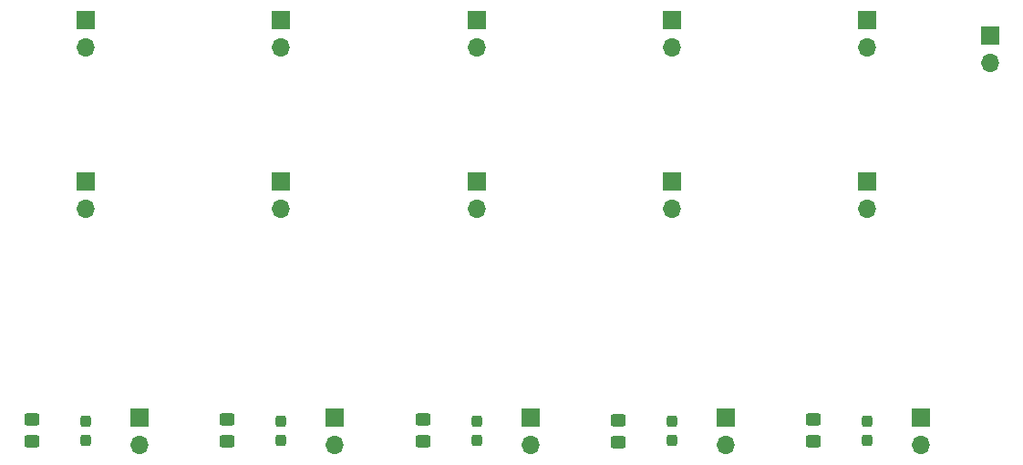
<source format=gbr>
%TF.GenerationSoftware,KiCad,Pcbnew,(6.0.11)*%
%TF.CreationDate,2024-01-05T21:36:46+00:00*%
%TF.ProjectId,LED-RESISTOR-TESTER,4c45442d-5245-4534-9953-544f522d5445,rev?*%
%TF.SameCoordinates,Original*%
%TF.FileFunction,Soldermask,Top*%
%TF.FilePolarity,Negative*%
%FSLAX46Y46*%
G04 Gerber Fmt 4.6, Leading zero omitted, Abs format (unit mm)*
G04 Created by KiCad (PCBNEW (6.0.11)) date 2024-01-05 21:36:46*
%MOMM*%
%LPD*%
G01*
G04 APERTURE LIST*
G04 Aperture macros list*
%AMRoundRect*
0 Rectangle with rounded corners*
0 $1 Rounding radius*
0 $2 $3 $4 $5 $6 $7 $8 $9 X,Y pos of 4 corners*
0 Add a 4 corners polygon primitive as box body*
4,1,4,$2,$3,$4,$5,$6,$7,$8,$9,$2,$3,0*
0 Add four circle primitives for the rounded corners*
1,1,$1+$1,$2,$3*
1,1,$1+$1,$4,$5*
1,1,$1+$1,$6,$7*
1,1,$1+$1,$8,$9*
0 Add four rect primitives between the rounded corners*
20,1,$1+$1,$2,$3,$4,$5,0*
20,1,$1+$1,$4,$5,$6,$7,0*
20,1,$1+$1,$6,$7,$8,$9,0*
20,1,$1+$1,$8,$9,$2,$3,0*%
G04 Aperture macros list end*
%ADD10R,1.700000X1.700000*%
%ADD11O,1.700000X1.700000*%
%ADD12RoundRect,0.237500X0.237500X-0.287500X0.237500X0.287500X-0.237500X0.287500X-0.237500X-0.287500X0*%
%ADD13RoundRect,0.250000X0.450000X-0.325000X0.450000X0.325000X-0.450000X0.325000X-0.450000X-0.325000X0*%
G04 APERTURE END LIST*
D10*
%TO.C,J16*%
X199980000Y-63480000D03*
D11*
X199980000Y-66020000D03*
%TD*%
D10*
%TO.C,J15*%
X193570000Y-98907500D03*
D11*
X193570000Y-101447500D03*
%TD*%
D10*
%TO.C,J14*%
X175430000Y-98907500D03*
D11*
X175430000Y-101447500D03*
%TD*%
%TO.C,J13*%
X157290000Y-101447500D03*
D10*
X157290000Y-98907500D03*
%TD*%
%TO.C,J12*%
X139150000Y-98907500D03*
D11*
X139150000Y-101447500D03*
%TD*%
D10*
%TO.C,J11*%
X121010000Y-98907500D03*
D11*
X121010000Y-101447500D03*
%TD*%
D10*
%TO.C,J10*%
X188570000Y-76990000D03*
D11*
X188570000Y-79530000D03*
%TD*%
D10*
%TO.C,J9*%
X188570000Y-61990000D03*
D11*
X188570000Y-64530000D03*
%TD*%
D10*
%TO.C,J8*%
X170430000Y-76990000D03*
D11*
X170430000Y-79530000D03*
%TD*%
D10*
%TO.C,J7*%
X170430000Y-61990000D03*
D11*
X170430000Y-64530000D03*
%TD*%
D10*
%TO.C,J6*%
X152290000Y-76990000D03*
D11*
X152290000Y-79530000D03*
%TD*%
D10*
%TO.C,J5*%
X152290000Y-61990000D03*
D11*
X152290000Y-64530000D03*
%TD*%
%TO.C,J4*%
X134150000Y-79530000D03*
D10*
X134150000Y-76990000D03*
%TD*%
D11*
%TO.C,J3*%
X134150000Y-64530000D03*
D10*
X134150000Y-61990000D03*
%TD*%
%TO.C,J2*%
X116010000Y-76990000D03*
D11*
X116010000Y-79530000D03*
%TD*%
%TO.C,J1*%
X116010000Y-64530000D03*
D10*
X116010000Y-61990000D03*
%TD*%
D12*
%TO.C,D10*%
X188570000Y-101010000D03*
X188570000Y-99260000D03*
%TD*%
%TO.C,D8*%
X170430000Y-101050000D03*
X170430000Y-99300000D03*
%TD*%
%TO.C,D6*%
X152290000Y-99260000D03*
X152290000Y-101010000D03*
%TD*%
%TO.C,D4*%
X134150000Y-101010000D03*
X134150000Y-99260000D03*
%TD*%
%TO.C,D2*%
X116010000Y-99260000D03*
X116010000Y-101010000D03*
%TD*%
D13*
%TO.C,D9*%
X183570000Y-101160000D03*
X183570000Y-99110000D03*
%TD*%
%TO.C,D7*%
X165430000Y-101200000D03*
X165430000Y-99150000D03*
%TD*%
%TO.C,D5*%
X147290000Y-99110000D03*
X147290000Y-101160000D03*
%TD*%
%TO.C,D3*%
X129150000Y-99110000D03*
X129150000Y-101160000D03*
%TD*%
%TO.C,D1*%
X111010000Y-101160000D03*
X111010000Y-99110000D03*
%TD*%
M02*

</source>
